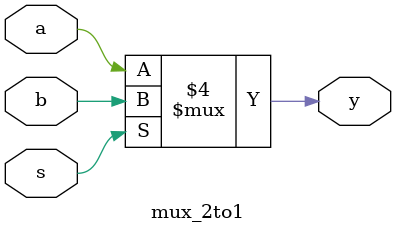
<source format=sv>
module mux_2to1 (
    input wire a,b,s,
    output reg y
);
    always @(a or b or s) begin
        if (s==0)
            y = a;
        else
            y = b;
    end
endmodule
</source>
